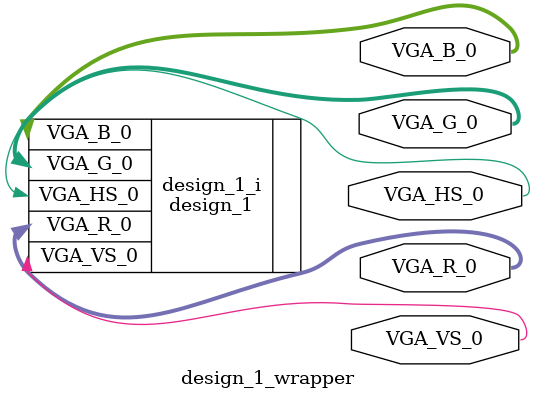
<source format=v>
`timescale 1 ps / 1 ps

module design_1_wrapper
   (VGA_B_0,
    VGA_G_0,
    VGA_HS_0,
    VGA_R_0,
    VGA_VS_0);
  output [3:0]VGA_B_0;
  output [3:0]VGA_G_0;
  output VGA_HS_0;
  output [3:0]VGA_R_0;
  output VGA_VS_0;

  wire [3:0]VGA_B_0;
  wire [3:0]VGA_G_0;
  wire VGA_HS_0;
  wire [3:0]VGA_R_0;
  wire VGA_VS_0;

  design_1 design_1_i
       (.VGA_B_0(VGA_B_0),
        .VGA_G_0(VGA_G_0),
        .VGA_HS_0(VGA_HS_0),
        .VGA_R_0(VGA_R_0),
        .VGA_VS_0(VGA_VS_0));
endmodule

</source>
